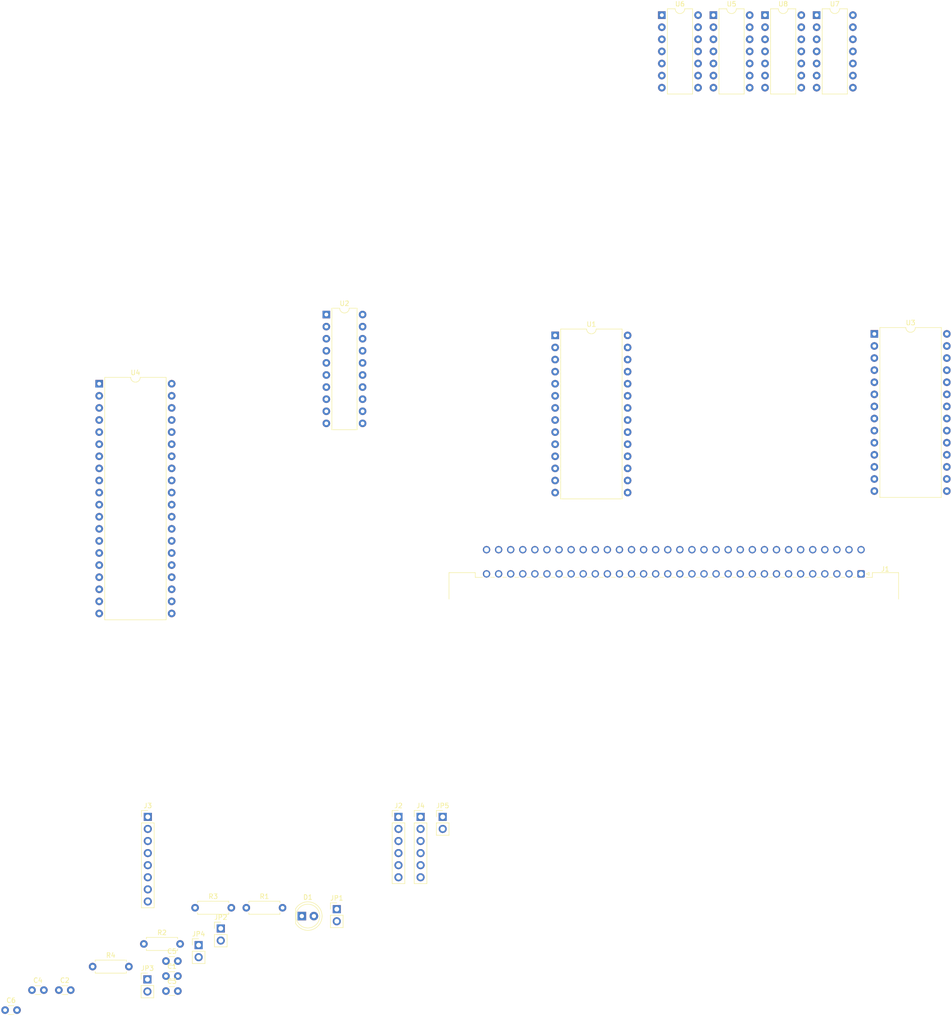
<source format=kicad_pcb>
(kicad_pcb (version 20211014) (generator pcbnew)
  (layers (0 "F.Cu" signal) (31 "B.Cu" signal) (34 "B.Paste" user) (35 "F.Paste" user) (36 "B.SilkS" user "B.Silkscreen") (37 "F.SilkS" user "F.Silkscreen") (38 "B.Mask" user) (39 "F.Mask" user) (44 "Edge.Cuts" user))
  (net 0 "")
  (net 1 "VCC")
  (net 2 "GND")
  (net 3 "~{ICSP_MCLR}")
  (net 4 "Net-(D1-Pad1)")
  (net 5 "/ADDR.13")
  (net 6 "/ADDR.11")
  (net 7 "/ADDR.F")
  (net 8 "/ADDR.D")
  (net 13 "~{READY}")
  (net 14 "INTR5")
  (net 15 "INTR3")
  (net 16 "~{MWTC}")
  (net 18 "/ADDR.B")
  (net 19 "/ADDR.9")
  (net 20 "/ADDR.7")
  (net 21 "/ADDR.5")
  (net 22 "/ADDR.3")
  (net 23 "/ADDR.1")
  (net 24 "/DAT.7")
  (net 25 "/DAT.5")
  (net 26 "/DAT.3")
  (net 27 "/DAT.1")
  (net 32 "/ADDR.12")
  (net 33 "/ADDR.10")
  (net 34 "/ADDR.E")
  (net 35 "/ADDR.C")
  (net 40 "INTR7")
  (net 41 "INTR4")
  (net 42 "INTR2")
  (net 43 "~{MRDC}")
  (net 45 "/ADDR.A")
  (net 46 "/ADDR.8")
  (net 47 "/ADDR.6")
  (net 48 "/ADDR.4")
  (net 49 "/ADDR.2")
  (net 50 "/ADDR.0")
  (net 51 "/DAT.6")
  (net 52 "/DAT.4")
  (net 53 "/DAT.2")
  (net 54 "/DAT.0")
  (net 59 "ICSP_DAT")
  (net 60 "ICSP_CLK")
  (net 63 "SDCARD_SCK")
  (net 64 "SDCARD_SDI")
  (net 65 "SDCARD_SDO")
  (net 66 "SDCARD_CS")
  (net 67 "SDCARD_CD")
  (net 70 "UART_RX")
  (net 71 "UART_TX")
  (net 73 "REQ_COMPLETE")
  (net 74 "LED")
  (net 75 "~{IO_RE}")
  (net 76 "Net-(U2-Pad11)")
  (net 77 "Net-(U2-Pad12)")
  (net 78 "Net-(U2-Pad13)")
  (net 79 "Net-(U2-Pad14)")
  (net 80 "Net-(U2-Pad15)")
  (net 81 "Net-(U2-Pad16)")
  (net 82 "Net-(U2-Pad17)")
  (net 83 "Net-(U2-Pad18)")
  (net 84 "~{IO_E}")
  (net 85 "~{SEL_BIOS}")
  (net 86 "~{ACK_IO}")
  (net 88 "SEL0")
  (net 89 "SEL1")
  (net 90 "SEL2")
  (net 91 "SEL3")
  (net 92 "~{IO_WE}")
  (net 93 "Net-(U5-Pad3)")
  (net 94 "Net-(U5-Pad12)")
  (net 95 "~{SEL_IO}")
  (net 97 "Net-(U7-Pad6)")
  (footprint "Package_DIP:DIP-14_W7.62mm" (layer "F.Cu") (at 152.7276 24.6838)
    (fp_text reference "U6" (at 3.81 -2.33) (layer "F.SilkS"))
    (fp_text value "74LS32")
    (pad "1" thru_hole rect (at 0 0) (size 1.6 1.6) (drill 0.8) (layers *.Cu *.Mask) (net 95 "~{SEL_IO}"))
    (pad "2" thru_hole oval (at 0 2.54) (size 1.6 1.6) (drill 0.8) (layers *.Cu *.Mask) (net 43 "~{MRDC}"))
    (pad "3" thru_hole oval (at 0 5.08) (size 1.6 1.6) (drill 0.8) (layers *.Cu *.Mask) (net 75 "~{IO_RE}"))
    (pad "4" thru_hole oval (at 0 7.62) (size 1.6 1.6) (drill 0.8) (layers *.Cu *.Mask) (net 95 "~{SEL_IO}"))
    (pad "5" thru_hole oval (at 0 10.16) (size 1.6 1.6) (drill 0.8) (layers *.Cu *.Mask) (net 16 "~{MWTC}"))
    (pad "6" thru_hole oval (at 0 12.7) (size 1.6 1.6) (drill 0.8) (layers *.Cu *.Mask) (net 92 "~{IO_WE}"))
    (pad "7" thru_hole oval (at 0 15.24) (size 1.6 1.6) (drill 0.8) (layers *.Cu *.Mask))
    (pad "8" thru_hole oval (at 7.62 15.24) (size 1.6 1.6) (drill 0.8) (layers *.Cu *.Mask))
    (pad "9" thru_hole oval (at 7.62 12.7) (size 1.6 1.6) (drill 0.8) (layers *.Cu *.Mask))
    (pad "10" thru_hole oval (at 7.62 10.16) (size 1.6 1.6) (drill 0.8) (layers *.Cu *.Mask))
    (pad "11" thru_hole oval (at 7.62 7.62) (size 1.6 1.6) (drill 0.8) (layers *.Cu *.Mask))
    (pad "12" thru_hole oval (at 7.62 5.08) (size 1.6 1.6) (drill 0.8) (layers *.Cu *.Mask))
    (pad "13" thru_hole oval (at 7.62 2.54) (size 1.6 1.6) (drill 0.8) (layers *.Cu *.Mask))
    (pad "14" thru_hole oval (at 7.62 0) (size 1.6 1.6) (drill 0.8) (layers *.Cu *.Mask))
  )
  (footprint "Resistor_THT:R_Axial_DIN0207_L6.3mm_D2.5mm_P7.62mm_Horizontal" (layer "F.Cu") (at 54.5964 212.1908)
    (fp_text reference "R3" (at 3.81 -2.37) (layer "F.SilkS"))
    (fp_text value "10K")
    (pad "1" thru_hole circle (at 0 0) (size 1.6 1.6) (drill 0.8) (layers *.Cu *.Mask) (net 3 "~{ICSP_MCLR}"))
    (pad "2" thru_hole oval (at 7.62 0) (size 1.6 1.6) (drill 0.8) (layers *.Cu *.Mask) (net 1 "VCC"))
  )
  (footprint "Connector_PinHeader_2.54mm:PinHeader_1x02_P2.54mm_Vertical" (layer "F.Cu") (at 59.9964 216.5408)
    (fp_text reference "JP2" (at 0 -2.33) (layer "F.SilkS"))
    (fp_text value "IRQ 3")
    (pad "1" thru_hole rect (at 0 0) (size 1.7 1.7) (drill 1) (layers *.Cu *.Mask) (net 15 "INTR3"))
    (pad "2" thru_hole oval (at 0 2.54) (size 1.7 1.7) (drill 1) (layers *.Cu *.Mask) (net 73 "REQ_COMPLETE"))
  )
  (footprint "Package_DIP:DIP-14_W7.62mm" (layer "F.Cu") (at 174.4276 24.6838)
    (fp_text reference "U8" (at 3.81 -2.33) (layer "F.SilkS"))
    (fp_text value "74LS05")
    (pad "1" thru_hole rect (at 0 0) (size 1.6 1.6) (drill 0.8) (layers *.Cu *.Mask) (net 97 "Net-(U7-Pad6)"))
    (pad "2" thru_hole oval (at 0 2.54) (size 1.6 1.6) (drill 0.8) (layers *.Cu *.Mask) (net 13 "~{READY}"))
    (pad "3" thru_hole oval (at 0 5.08) (size 1.6 1.6) (drill 0.8) (layers *.Cu *.Mask))
    (pad "4" thru_hole oval (at 0 7.62) (size 1.6 1.6) (drill 0.8) (layers *.Cu *.Mask))
    (pad "5" thru_hole oval (at 0 10.16) (size 1.6 1.6) (drill 0.8) (layers *.Cu *.Mask))
    (pad "6" thru_hole oval (at 0 12.7) (size 1.6 1.6) (drill 0.8) (layers *.Cu *.Mask))
    (pad "7" thru_hole oval (at 0 15.24) (size 1.6 1.6) (drill 0.8) (layers *.Cu *.Mask))
    (pad "8" thru_hole oval (at 7.62 15.24) (size 1.6 1.6) (drill 0.8) (layers *.Cu *.Mask))
    (pad "9" thru_hole oval (at 7.62 12.7) (size 1.6 1.6) (drill 0.8) (layers *.Cu *.Mask))
    (pad "10" thru_hole oval (at 7.62 10.16) (size 1.6 1.6) (drill 0.8) (layers *.Cu *.Mask))
    (pad "11" thru_hole oval (at 7.62 7.62) (size 1.6 1.6) (drill 0.8) (layers *.Cu *.Mask))
    (pad "12" thru_hole oval (at 7.62 5.08) (size 1.6 1.6) (drill 0.8) (layers *.Cu *.Mask))
    (pad "13" thru_hole oval (at 7.62 2.54) (size 1.6 1.6) (drill 0.8) (layers *.Cu *.Mask))
    (pad "14" thru_hole oval (at 7.62 0) (size 1.6 1.6) (drill 0.8) (layers *.Cu *.Mask))
  )
  (footprint "Connector_PinHeader_2.54mm:PinHeader_1x06_P2.54mm_Vertical" (layer "F.Cu") (at 97.3564 193.0908)
    (fp_text reference "J2" (at 0 -2.33) (layer "F.SilkS"))
    (fp_text value "ICSP")
    (pad "1" thru_hole rect (at 0 0) (size 1.7 1.7) (drill 1) (layers *.Cu *.Mask) (net 3 "~{ICSP_MCLR}"))
    (pad "2" thru_hole oval (at 0 2.54) (size 1.7 1.7) (drill 1) (layers *.Cu *.Mask) (net 1 "VCC"))
    (pad "3" thru_hole oval (at 0 5.08) (size 1.7 1.7) (drill 1) (layers *.Cu *.Mask) (net 2 "GND"))
    (pad "4" thru_hole oval (at 0 7.62) (size 1.7 1.7) (drill 1) (layers *.Cu *.Mask) (net 59 "ICSP_DAT"))
    (pad "5" thru_hole oval (at 0 10.16) (size 1.7 1.7) (drill 1) (layers *.Cu *.Mask) (net 60 "ICSP_CLK"))
    (pad "6" thru_hole oval (at 0 12.7) (size 1.7 1.7) (drill 1) (layers *.Cu *.Mask))
  )
  (footprint "Capacitor_THT:C_Disc_D3.0mm_W1.6mm_P2.50mm" (layer "F.Cu") (at 48.4764 223.3908)
    (fp_text reference "C5" (at 1.25 -2.05) (layer "F.SilkS"))
    (fp_text value "0.1uF")
    (pad "1" thru_hole circle (at 0 0) (size 1.6 1.6) (drill 0.8) (layers *.Cu *.Mask) (net 1 "VCC"))
    (pad "2" thru_hole circle (at 2.5 0) (size 1.6 1.6) (drill 0.8) (layers *.Cu *.Mask) (net 2 "GND"))
  )
  (footprint "Connector_PinHeader_2.54mm:PinHeader_1x02_P2.54mm_Vertical" (layer "F.Cu") (at 55.3464 220.0408)
    (fp_text reference "JP4" (at 0 -2.33) (layer "F.SilkS"))
    (fp_text value "IRQ 5")
    (pad "1" thru_hole rect (at 0 0) (size 1.7 1.7) (drill 1) (layers *.Cu *.Mask) (net 14 "INTR5"))
    (pad "2" thru_hole oval (at 0 2.54) (size 1.7 1.7) (drill 1) (layers *.Cu *.Mask) (net 73 "REQ_COMPLETE"))
  )
  (footprint "Capacitor_THT:C_Disc_D3.0mm_W1.6mm_P2.50mm" (layer "F.Cu") (at 14.6564 233.6908)
    (fp_text reference "C6" (at 1.25 -2.05) (layer "F.SilkS"))
    (fp_text value "0.1uF")
    (pad "1" thru_hole circle (at 0 0) (size 1.6 1.6) (drill 0.8) (layers *.Cu *.Mask) (net 3 "~{ICSP_MCLR}"))
    (pad "2" thru_hole circle (at 2.5 0) (size 1.6 1.6) (drill 0.8) (layers *.Cu *.Mask) (net 2 "GND"))
  )
  (footprint "Resistor_THT:R_Axial_DIN0207_L6.3mm_D2.5mm_P7.62mm_Horizontal" (layer "F.Cu") (at 65.3664 212.1908)
    (fp_text reference "R1" (at 3.81 -2.37) (layer "F.SilkS"))
    (fp_text value "1K")
    (pad "1" thru_hole circle (at 0 0) (size 1.6 1.6) (drill 0.8) (layers *.Cu *.Mask) (net 4 "Net-(D1-Pad1)"))
    (pad "2" thru_hole oval (at 7.62 0) (size 1.6 1.6) (drill 0.8) (layers *.Cu *.Mask) (net 74 "LED"))
  )
  (footprint "Connector_PinHeader_2.54mm:PinHeader_1x06_P2.54mm_Vertical" (layer "F.Cu") (at 102.0064 193.0908)
    (fp_text reference "J4" (at 0 -2.33) (layer "F.SilkS"))
    (fp_text value "UART")
    (pad "1" thru_hole rect (at 0 0) (size 1.7 1.7) (drill 1) (layers *.Cu *.Mask) (net 2 "GND"))
    (pad "2" thru_hole oval (at 0 2.54) (size 1.7 1.7) (drill 1) (layers *.Cu *.Mask))
    (pad "3" thru_hole oval (at 0 5.08) (size 1.7 1.7) (drill 1) (layers *.Cu *.Mask))
    (pad "4" thru_hole oval (at 0 7.62) (size 1.7 1.7) (drill 1) (layers *.Cu *.Mask) (net 70 "UART_RX"))
    (pad "5" thru_hole oval (at 0 10.16) (size 1.7 1.7) (drill 1) (layers *.Cu *.Mask) (net 71 "UART_TX"))
    (pad "6" thru_hole oval (at 0 12.7) (size 1.7 1.7) (drill 1) (layers *.Cu *.Mask))
  )
  (footprint "Connector_PinHeader_2.54mm:PinHeader_1x02_P2.54mm_Vertical" (layer "F.Cu") (at 84.3864 212.4908)
    (fp_text reference "JP1" (at 0 -2.33) (layer "F.SilkS"))
    (fp_text value "IRQ 2")
    (pad "1" thru_hole rect (at 0 0) (size 1.7 1.7) (drill 1) (layers *.Cu *.Mask) (net 42 "INTR2"))
    (pad "2" thru_hole oval (at 0 2.54) (size 1.7 1.7) (drill 1) (layers *.Cu *.Mask) (net 73 "REQ_COMPLETE"))
  )
  (footprint "Capacitor_THT:C_Disc_D3.0mm_W1.6mm_P2.50mm" (layer "F.Cu") (at 25.9564 229.4908)
    (fp_text reference "C2" (at 1.25 -2.05) (layer "F.SilkS"))
    (fp_text value "0.1uF")
    (pad "1" thru_hole circle (at 0 0) (size 1.6 1.6) (drill 0.8) (layers *.Cu *.Mask) (net 1 "VCC"))
    (pad "2" thru_hole circle (at 2.5 0) (size 1.6 1.6) (drill 0.8) (layers *.Cu *.Mask) (net 2 "GND"))
  )
  (footprint "Package_DIP:DIP-14_W7.62mm" (layer "F.Cu") (at 163.5776 24.6838)
    (fp_text reference "U5" (at 3.81 -2.33) (layer "F.SilkS"))
    (fp_text value "74LS00")
    (pad "1" thru_hole rect (at 0 0) (size 1.6 1.6) (drill 0.8) (layers *.Cu *.Mask) (net 43 "~{MRDC}"))
    (pad "2" thru_hole oval (at 0 2.54) (size 1.6 1.6) (drill 0.8) (layers *.Cu *.Mask) (net 16 "~{MWTC}"))
    (pad "3" thru_hole oval (at 0 5.08) (size 1.6 1.6) (drill 0.8) (layers *.Cu *.Mask) (net 93 "Net-(U5-Pad3)"))
    (pad "4" thru_hole oval (at 0 7.62) (size 1.6 1.6) (drill 0.8) (layers *.Cu *.Mask))
    (pad "5" thru_hole oval (at 0 10.16) (size 1.6 1.6) (drill 0.8) (layers *.Cu *.Mask))
    (pad "6" thru_hole oval (at 0 12.7) (size 1.6 1.6) (drill 0.8) (layers *.Cu *.Mask))
    (pad "7" thru_hole oval (at 0 15.24) (size 1.6 1.6) (drill 0.8) (layers *.Cu *.Mask))
    (pad "8" thru_hole oval (at 7.62 15.24) (size 1.6 1.6) (drill 0.8) (layers *.Cu *.Mask) (net 94 "Net-(U5-Pad12)"))
    (pad "9" thru_hole oval (at 7.62 12.7) (size 1.6 1.6) (drill 0.8) (layers *.Cu *.Mask) (net 75 "~{IO_RE}"))
    (pad "10" thru_hole oval (at 7.62 10.16) (size 1.6 1.6) (drill 0.8) (layers *.Cu *.Mask) (net 92 "~{IO_WE}"))
    (pad "11" thru_hole oval (at 7.62 7.62) (size 1.6 1.6) (drill 0.8) (layers *.Cu *.Mask) (net 84 "~{IO_E}"))
    (pad "12" thru_hole oval (at 7.62 5.08) (size 1.6 1.6) (drill 0.8) (layers *.Cu *.Mask) (net 94 "Net-(U5-Pad12)"))
    (pad "13" thru_hole oval (at 7.62 2.54) (size 1.6 1.6) (drill 0.8) (layers *.Cu *.Mask) (net 94 "Net-(U5-Pad12)"))
    (pad "14" thru_hole oval (at 7.62 0) (size 1.6 1.6) (drill 0.8) (layers *.Cu *.Mask))
  )
  (footprint "Resistor_THT:R_Axial_DIN0207_L6.3mm_D2.5mm_P7.62mm_Horizontal" (layer "F.Cu") (at 43.8264 219.7908)
    (fp_text reference "R2" (at 3.81 -2.37) (layer "F.SilkS"))
    (fp_text value "10K")
    (pad "1" thru_hole circle (at 0 0) (size 1.6 1.6) (drill 0.8) (layers *.Cu *.Mask) (net 1 "VCC"))
    (pad "2" thru_hole oval (at 7.62 0) (size 1.6 1.6) (drill 0.8) (layers *.Cu *.Mask) (net 13 "~{READY}"))
  )
  (footprint "Package_DIP:DIP-40_W15.24mm" (layer "F.Cu") (at 34.4374 102.113)
    (fp_text reference "U4" (at 7.62 -2.33) (layer "F.SilkS"))
    (fp_text value "PIC18F47Q10-xP")
    (pad "1" thru_hole rect (at 0 0) (size 1.6 1.6) (drill 0.8) (layers *.Cu *.Mask) (net 3 "~{ICSP_MCLR}"))
    (pad "2" thru_hole oval (at 0 2.54) (size 1.6 1.6) (drill 0.8) (layers *.Cu *.Mask) (net 83 "Net-(U2-Pad18)"))
    (pad "3" thru_hole oval (at 0 5.08) (size 1.6 1.6) (drill 0.8) (layers *.Cu *.Mask) (net 82 "Net-(U2-Pad17)"))
    (pad "4" thru_hole oval (at 0 7.62) (size 1.6 1.6) (drill 0.8) (layers *.Cu *.Mask) (net 81 "Net-(U2-Pad16)"))
    (pad "5" thru_hole oval (at 0 10.16) (size 1.6 1.6) (drill 0.8) (layers *.Cu *.Mask) (net 80 "Net-(U2-Pad15)"))
    (pad "6" thru_hole oval (at 0 12.7) (size 1.6 1.6) (drill 0.8) (layers *.Cu *.Mask) (net 79 "Net-(U2-Pad14)"))
    (pad "7" thru_hole oval (at 0 15.24) (size 1.6 1.6) (drill 0.8) (layers *.Cu *.Mask) (net 78 "Net-(U2-Pad13)"))
    (pad "8" thru_hole oval (at 0 17.78) (size 1.6 1.6) (drill 0.8) (layers *.Cu *.Mask) (net 74 "LED"))
    (pad "9" thru_hole oval (at 0 20.32) (size 1.6 1.6) (drill 0.8) (layers *.Cu *.Mask) (net 86 "~{ACK_IO}"))
    (pad "10" thru_hole oval (at 0 22.86) (size 1.6 1.6) (drill 0.8) (layers *.Cu *.Mask) (net 73 "REQ_COMPLETE"))
    (pad "11" thru_hole oval (at 0 25.4) (size 1.6 1.6) (drill 0.8) (layers *.Cu *.Mask) (net 1 "VCC"))
    (pad "12" thru_hole oval (at 0 27.94) (size 1.6 1.6) (drill 0.8) (layers *.Cu *.Mask) (net 2 "GND"))
    (pad "13" thru_hole oval (at 0 30.48) (size 1.6 1.6) (drill 0.8) (layers *.Cu *.Mask) (net 76 "Net-(U2-Pad11)"))
    (pad "14" thru_hole oval (at 0 33.02) (size 1.6 1.6) (drill 0.8) (layers *.Cu *.Mask) (net 77 "Net-(U2-Pad12)"))
    (pad "15" thru_hole oval (at 0 35.56) (size 1.6 1.6) (drill 0.8) (layers *.Cu *.Mask) (net 63 "SDCARD_SCK"))
    (pad "16" thru_hole oval (at 0 38.1) (size 1.6 1.6) (drill 0.8) (layers *.Cu *.Mask) (net 64 "SDCARD_SDI"))
    (pad "17" thru_hole oval (at 0 40.64) (size 1.6 1.6) (drill 0.8) (layers *.Cu *.Mask) (net 65 "SDCARD_SDO"))
    (pad "18" thru_hole oval (at 0 43.18) (size 1.6 1.6) (drill 0.8) (layers *.Cu *.Mask) (net 66 "SDCARD_CS"))
    (pad "19" thru_hole oval (at 0 45.72) (size 1.6 1.6) (drill 0.8) (layers *.Cu *.Mask) (net 50 "/ADDR.0"))
    (pad "20" thru_hole oval (at 0 48.26) (size 1.6 1.6) (drill 0.8) (layers *.Cu *.Mask) (net 23 "/ADDR.1"))
    (pad "21" thru_hole oval (at 15.24 48.26) (size 1.6 1.6) (drill 0.8) (layers *.Cu *.Mask) (net 49 "/ADDR.2"))
    (pad "22" thru_hole oval (at 15.24 45.72) (size 1.6 1.6) (drill 0.8) (layers *.Cu *.Mask) (net 22 "/ADDR.3"))
    (pad "23" thru_hole oval (at 15.24 43.18) (size 1.6 1.6) (drill 0.8) (layers *.Cu *.Mask) (net 67 "SDCARD_CD"))
    (pad "24" thru_hole oval (at 15.24 40.64) (size 1.6 1.6) (drill 0.8) (layers *.Cu *.Mask))
    (pad "25" thru_hole oval (at 15.24 38.1) (size 1.6 1.6) (drill 0.8) (layers *.Cu *.Mask) (net 71 "UART_TX"))
    (pad "26" thru_hole oval (at 15.24 35.56) (size 1.6 1.6) (drill 0.8) (layers *.Cu *.Mask) (net 70 "UART_RX"))
    (pad "27" thru_hole oval (at 15.24 33.02) (size 1.6 1.6) (drill 0.8) (layers *.Cu *.Mask) (net 48 "/ADDR.4"))
    (pad "28" thru_hole oval (at 15.24 30.48) (size 1.6 1.6) (drill 0.8) (layers *.Cu *.Mask) (net 21 "/ADDR.5"))
    (pad "29" thru_hole oval (at 15.24 27.94) (size 1.6 1.6) (drill 0.8) (layers *.Cu *.Mask) (net 47 "/ADDR.6"))
    (pad "30" thru_hole oval (at 15.24 25.4) (size 1.6 1.6) (drill 0.8) (layers *.Cu *.Mask) (net 20 "/ADDR.7"))
    (pad "31" thru_hole oval (at 15.24 22.86) (size 1.6 1.6) (drill 0.8) (layers *.Cu *.Mask) (net 2 "GND"))
    (pad "32" thru_hole oval (at 15.24 20.32) (size 1.6 1.6) (drill 0.8) (layers *.Cu *.Mask) (net 1 "VCC"))
    (pad "33" thru_hole oval (at 15.24 17.78) (size 1.6 1.6) (drill 0.8) (layers *.Cu *.Mask) (net 88 "SEL0"))
    (pad "34" thru_hole oval (at 15.24 15.24) (size 1.6 1.6) (drill 0.8) (layers *.Cu *.Mask) (net 89 "SEL1"))
    (pad "35" thru_hole oval (at 15.24 12.7) (size 1.6 1.6) (drill 0.8) (layers *.Cu *.Mask) (net 90 "SEL2"))
    (pad "36" thru_hole oval (at 15.24 10.16) (size 1.6 1.6) (drill 0.8) (layers *.Cu *.Mask) (net 91 "SEL3"))
    (pad "37" thru_hole oval (at 15.24 7.62) (size 1.6 1.6) (drill 0.8) (layers *.Cu *.Mask) (net 75 "~{IO_RE}"))
    (pad "38" thru_hole oval (at 15.24 5.08) (size 1.6 1.6) (drill 0.8) (layers *.Cu *.Mask) (net 92 "~{IO_WE}"))
    (pad "39" thru_hole oval (at 15.24 2.54) (size 1.6 1.6) (drill 0.8) (layers *.Cu *.Mask) (net 60 "ICSP_CLK"))
    (pad "40" thru_hole oval (at 15.24 0) (size 1.6 1.6) (drill 0.8) (layers *.Cu *.Mask) (net 59 "ICSP_DAT"))
  )
  (footprint "Capacitor_THT:C_Disc_D3.0mm_W1.6mm_P2.50mm" (layer "F.Cu") (at 48.4764 229.6908)
    (fp_text reference "C3" (at 1.25 -2.05) (layer "F.SilkS"))
    (fp_text value "0.1uF")
    (pad "1" thru_hole circle (at 0 0) (size 1.6 1.6) (drill 0.8) (layers *.Cu *.Mask) (net 1 "VCC"))
    (pad "2" thru_hole circle (at 2.5 0) (size 1.6 1.6) (drill 0.8) (layers *.Cu *.Mask) (net 2 "GND"))
  )
  (footprint "Package_DIP:DIP-14_W7.62mm" (layer "F.Cu") (at 185.2776 24.6838)
    (fp_text reference "U7" (at 3.81 -2.33) (layer "F.SilkS"))
    (fp_text value "74LS74")
    (pad "1" thru_hole rect (at 0 0) (size 1.6 1.6) (drill 0.8) (layers *.Cu *.Mask) (net 1 "VCC"))
    (pad "2" thru_hole oval (at 0 2.54) (size 1.6 1.6) (drill 0.8) (layers *.Cu *.Mask) (net 95 "~{SEL_IO}"))
    (pad "3" thru_hole oval (at 0 5.08) (size 1.6 1.6) (drill 0.8) (layers *.Cu *.Mask) (net 93 "Net-(U5-Pad3)"))
    (pad "4" thru_hole oval (at 0 7.62) (size 1.6 1.6) (drill 0.8) (layers *.Cu *.Mask) (net 86 "~{ACK_IO}"))
    (pad "5" thru_hole oval (at 0 10.16) (size 1.6 1.6) (drill 0.8) (layers *.Cu *.Mask))
    (pad "6" thru_hole oval (at 0 12.7) (size 1.6 1.6) (drill 0.8) (layers *.Cu *.Mask) (net 97 "Net-(U7-Pad6)"))
    (pad "7" thru_hole oval (at 0 15.24) (size 1.6 1.6) (drill 0.8) (layers *.Cu *.Mask))
    (pad "8" thru_hole oval (at 7.62 15.24) (size 1.6 1.6) (drill 0.8) (layers *.Cu *.Mask))
    (pad "9" thru_hole oval (at 7.62 12.7) (size 1.6 1.6) (drill 0.8) (layers *.Cu *.Mask))
    (pad "10" thru_hole oval (at 7.62 10.16) (size 1.6 1.6) (drill 0.8) (layers *.Cu *.Mask))
    (pad "11" thru_hole oval (at 7.62 7.62) (size 1.6 1.6) (drill 0.8) (layers *.Cu *.Mask))
    (pad "12" thru_hole oval (at 7.62 5.08) (size 1.6 1.6) (drill 0.8) (layers *.Cu *.Mask))
    (pad "13" thru_hole oval (at 7.62 2.54) (size 1.6 1.6) (drill 0.8) (layers *.Cu *.Mask))
    (pad "14" thru_hole oval (at 7.62 0) (size 1.6 1.6) (drill 0.8) (layers *.Cu *.Mask))
  )
  (footprint "Capacitor_THT:C_Disc_D3.0mm_W1.6mm_P2.50mm" (layer "F.Cu") (at 48.4764 226.5408)
    (fp_text reference "C1" (at 1.25 -2.05) (layer "F.SilkS"))
    (fp_text value "0.1uF")
    (pad "1" thru_hole circle (at 0 0) (size 1.6 1.6) (drill 0.8) (layers *.Cu *.Mask) (net 1 "VCC"))
    (pad "2" thru_hole circle (at 2.5 0) (size 1.6 1.6) (drill 0.8) (layers *.Cu *.Mask) (net 2 "GND"))
  )
  (footprint "Capacitor_THT:C_Disc_D3.0mm_W1.6mm_P2.50mm" (layer "F.Cu") (at 20.3064 229.4908)
    (fp_text reference "C4" (at 1.25 -2.05) (layer "F.SilkS"))
    (fp_text value "0.1uF")
    (pad "1" thru_hole circle (at 0 0) (size 1.6 1.6) (drill 0.8) (layers *.Cu *.Mask) (net 1 "VCC"))
    (pad "2" thru_hole circle (at 2.5 0) (size 1.6 1.6) (drill 0.8) (layers *.Cu *.Mask) (net 2 "GND"))
  )
  (footprint "Connector_PinHeader_2.54mm:PinHeader_1x02_P2.54mm_Vertical" (layer "F.Cu") (at 106.6564 193.0908)
    (fp_text reference "JP5" (at 0 -2.33) (layer "F.SilkS"))
    (fp_text value "IRQ 7")
    (pad "1" thru_hole rect (at 0 0) (size 1.7 1.7) (drill 1) (layers *.Cu *.Mask) (net 40 "INTR7"))
    (pad "2" thru_hole oval (at 0 2.54) (size 1.7 1.7) (drill 1) (layers *.Cu *.Mask) (net 73 "REQ_COMPLETE"))
  )
  (footprint "Package_DIP:DIP-20_W7.62mm" (layer "F.Cu") (at 82.1944 87.5792)
    (fp_text reference "U2" (at 3.81 -2.33) (layer "F.SilkS"))
    (fp_text value "74LS245")
    (pad "1" thru_hole rect (at 0 0) (size 1.6 1.6) (drill 0.8) (layers *.Cu *.Mask) (net 75 "~{IO_RE}"))
    (pad "2" thru_hole oval (at 0 2.54) (size 1.6 1.6) (drill 0.8) (layers *.Cu *.Mask) (net 54 "/DAT.0"))
    (pad "3" thru_hole oval (at 0 5.08) (size 1.6 1.6) (drill 0.8) (layers *.Cu *.Mask) (net 27 "/DAT.1"))
    (pad "4" thru_hole oval (at 0 7.62) (size 1.6 1.6) (drill 0.8) (layers *.Cu *.Mask) (net 53 "/DAT.2"))
    (pad "5" thru_hole oval (at 0 10.16) (size 1.6 1.6) (drill 0.8) (layers *.Cu *.Mask) (net 26 "/DAT.3"))
    (pad "6" thru_hole oval (at 0 12.7) (size 1.6 1.6) (drill 0.8) (layers *.Cu *.Mask) (net 52 "/DAT.4"))
    (pad "7" thru_hole oval (at 0 15.24) (size 1.6 1.6) (drill 0.8) (layers *.Cu *.Mask) (net 25 "/DAT.5"))
    (pad "8" thru_hole oval (at 0 17.78) (size 1.6 1.6) (drill 0.8) (layers *.Cu *.Mask) (net 51 "/DAT.6"))
    (pad "9" thru_hole oval (at 0 20.32) (size 1.6 1.6) (drill 0.8) (layers *.Cu *.Mask) (net 24 "/DAT.7"))
    (pad "10" thru_hole oval (at 0 22.86) (size 1.6 1.6) (drill 0.8) (layers *.Cu *.Mask) (net 2 "GND"))
    (pad "11" thru_hole oval (at 7.62 22.86) (size 1.6 1.6) (drill 0.8) (layers *.Cu *.Mask) (net 76 "Net-(U2-Pad11)"))
    (pad "12" thru_hole oval (at 7.62 20.32) (size 1.6 1.6) (drill 0.8) (layers *.Cu *.Mask) (net 77 "Net-(U2-Pad12)"))
    (pad "13" thru_hole oval (at 7.62 17.78) (size 1.6 1.6) (drill 0.8) (layers *.Cu *.Mask) (net 78 "Net-(U2-Pad13)"))
    (pad "14" thru_hole oval (at 7.62 15.24) (size 1.6 1.6) (drill 0.8) (layers *.Cu *.Mask) (net 79 "Net-(U2-Pad14)"))
    (pad "15" thru_hole oval (at 7.62 12.7) (size 1.6 1.6) (drill 0.8) (layers *.Cu *.Mask) (net 80 "Net-(U2-Pad15)"))
    (pad "16" thru_hole oval (at 7.62 10.16) (size 1.6 1.6) (drill 0.8) (layers *.Cu *.Mask) (net 81 "Net-(U2-Pad16)"))
    (pad "17" thru_hole oval (at 7.62 7.62) (size 1.6 1.6) (drill 0.8) (layers *.Cu *.Mask) (net 82 "Net-(U2-Pad17)"))
    (pad "18" thru_hole oval (at 7.62 5.08) (size 1.6 1.6) (drill 0.8) (layers *.Cu *.Mask) (net 83 "Net-(U2-Pad18)"))
    (pad "19" thru_hole oval (at 7.62 2.54) (size 1.6 1.6) (drill 0.8) (layers *.Cu *.Mask) (net 84 "~{IO_E}"))
    (pad "20" thru_hole oval (at 7.62 0) (size 1.6 1.6) (drill 0.8) (layers *.Cu *.Mask) (net 1 "VCC"))
  )
  (footprint "Connector_PinHeader_2.54mm:PinHeader_1x02_P2.54mm_Vertical" (layer "F.Cu") (at 44.5764 227.2408)
    (fp_text reference "JP3" (at 0 -2.33) (layer "F.SilkS"))
    (fp_text value "IRQ 4")
    (pad "1" thru_hole rect (at 0 0) (size 1.7 1.7) (drill 1) (layers *.Cu *.Mask) (net 41 "INTR4"))
    (pad "2" thru_hole oval (at 0 2.54) (size 1.7 1.7) (drill 1) (layers *.Cu *.Mask) (net 73 "REQ_COMPLETE"))
  )
  (footprint "Connector_DIN:DIN41612_R_2x32_Male_Horizontal_THT" (layer "F.Cu") (at 194.6148 142.0562 180)
    (fp_text reference "J1" (at -5.08 1) (layer "F.SilkS"))
    (fp_text value "POISK")
    (pad "" np_thru_hole circle (at 83.82 -2.54 180) (size 2.85 2.85) (drill 2.85) (layers *.Cu *.Mask))
    (pad "" np_thru_hole circle (at -5.08 -2.54 180) (size 2.85 2.85) (drill 2.85) (layers *.Cu *.Mask))
    (pad "a1" thru_hole roundrect (at 0 0 180) (size 1.55 1.55) (drill 1) (layers *.Cu *.Mask) (roundrect_rratio 0.16129) (net 5 "/ADDR.13"))
    (pad "a2" thru_hole circle (at 2.54 0 180) (size 1.55 1.55) (drill 1) (layers *.Cu *.Mask) (net 6 "/ADDR.11"))
    (pad "a3" thru_hole circle (at 5.08 0 180) (size 1.55 1.55) (drill 1) (layers *.Cu *.Mask) (net 7 "/ADDR.F"))
    (pad "a4" thru_hole circle (at 7.62 0 180) (size 1.55 1.55) (drill 1) (layers *.Cu *.Mask) (net 8 "/ADDR.D"))
    (pad "a5" thru_hole circle (at 10.16 0 180) (size 1.55 1.55) (drill 1) (layers *.Cu *.Mask))
    (pad "a6" thru_hole circle (at 12.7 0 180) (size 1.55 1.55) (drill 1) (layers *.Cu *.Mask))
    (pad "a7" thru_hole circle (at 15.24 0 180) (size 1.55 1.55) (drill 1) (layers *.Cu *.Mask))
    (pad "a8" thru_hole circle (at 17.78 0 180) (size 1.55 1.55) (drill 1) (layers *.Cu *.Mask))
    (pad "a9" thru_hole circle (at 20.32 0 180) (size 1.55 1.55) (drill 1) (layers *.Cu *.Mask) (net 13 "~{READY}"))
    (pad "a10" thru_hole circle (at 22.86 0 180) (size 1.55 1.55) (drill 1) (layers *.Cu *.Mask) (net 14 "INTR5"))
    (pad "a11" thru_hole circle (at 25.4 0 180) (size 1.55 1.55) (drill 1) (layers *.Cu *.Mask) (net 15 "INTR3"))
    (pad "a12" thru_hole circle (at 27.94 0 180) (size 1.55 1.55) (drill 1) (layers *.Cu *.Mask) (net 16 "~{MWTC}"))
    (pad "a13" thru_hole circle (at 30.48 0 180) (size 1.55 1.55) (drill 1) (layers *.Cu *.Mask))
    (pad "a14" thru_hole circle (at 33.02 0 180) (size 1.55 1.55) (drill 1) (layers *.Cu *.Mask) (net 18 "/ADDR.B"))
    (pad "a15" thru_hole circle (at 35.56 0 180) (size 1.55 1.55) (drill 1) (layers *.Cu *.Mask) (net 19 "/ADDR.9"))
    (pad "a16" thru_hole circle (at 38.1 0 180) (size 1.55 1.55) (drill 1) (layers *.Cu *.Mask) (net 20 "/ADDR.7"))
    (pad "a17" thru_hole circle (at 40.64 0 180) (size 1.55 1.55) (drill 1) (layers *.Cu *.Mask) (net 21 "/ADDR.5"))
    (pad "a18" thru_hole circle (at 43.18 0 180) (size 1.55 1.55) (drill 1) (layers *.Cu *.Mask) (net 22 "/ADDR.3"))
    (pad "a19" thru_hole circle (at 45.72 0 180) (size 1.55 1.55) (drill 1) (layers *.Cu *.Mask) (net 23 "/ADDR.1"))
    (pad "a20" thru_hole circle (at 48.26 0 180) (size 1.55 1.55) (drill 1) (layers *.Cu *.Mask) (net 24 "/DAT.7"))
    (pad "a21" thru_hole circle (at 50.8 0 180) (size 1.55 1.55) (drill 1) (layers *.Cu *.Mask) (net 25 "/DAT.5"))
    (pad "a22" thru_hole circle (at 53.34 0 180) (size 1.55 1.55) (drill 1) (layers *.Cu *.Mask) (net 26 "/DAT.3"))
    (pad "a23" thru_hole circle (at 55.88 0 180) (size 1.55 1.55) (drill 1) (layers *.Cu *.Mask) (net 27 "/DAT.1"))
    (pad "a24" thru_hole circle (at 58.42 0 180) (size 1.55 1.55) (drill 1) (layers *.Cu *.Mask))
    (pad "a25" thru_hole circle (at 60.96 0 180) (size 1.55 1.55) (drill 1) (layers *.Cu *.Mask))
    (pad "a26" thru_hole circle (at 63.5 0 180) (size 1.55 1.55) (drill 1) (layers *.Cu *.Mask) (net 2 "GND"))
    (pad "a27" thru_hole circle (at 66.04 0 180) (size 1.55 1.55) (drill 1) (layers *.Cu *.Mask) (net 2 "GND"))
    (pad "a28" thru_hole circle (at 68.58 0 180) (size 1.55 1.55) (drill 1) (layers *.Cu *.Mask) (net 2 "GND"))
    (pad "a29" thru_hole circle (at 71.12 0 180) (size 1.55 1.55) (drill 1) (layers *.Cu *.Mask) (net 1 "VCC"))
    (pad "a30" thru_hole circle (at 73.66 0 180) (size 1.55 1.55) (drill 1) (layers *.Cu *.Mask) (net 1 "VCC"))
    (pad "a31" thru_hole circle (at 76.2 0 180) (size 1.55 1.55) (drill 1) (layers *.Cu *.Mask))
    (pad "a32" thru_hole circle (at 78.74 0 180) (size 1.55 1.55) (drill 1) (layers *.Cu *.Mask))
    (pad "c1" thru_hole circle (at 0 5.08 180) (size 1.55 1.55) (drill 1) (layers *.Cu *.Mask) (net 32 "/ADDR.12"))
    (pad "c2" thru_hole circle (at 2.54 5.08 180) (size 1.55 1.55) (drill 1) (layers *.Cu *.Mask) (net 33 "/ADDR.10"))
    (pad "c3" thru_hole circle (at 5.08 5.08 180) (size 1.55 1.55) (drill 1) (layers *.Cu *.Mask) (net 34 "/ADDR.E"))
    (pad "c4" thru_hole circle (at 7.62 5.08 180) (size 1.55 1.55) (drill 1) (layers *.Cu *.Mask) (net 35 "/ADDR.C"))
    (pad "c5" thru_hole circle (at 10.16 5.08 180) (size 1.55 1.55) (drill 1) (layers *.Cu *.Mask))
    (pad "c6" thru_hole circle (at 12.7 5.08 180) (size 1.55 1.55) (drill 1) (layers *.Cu *.Mask))
    (pad "c7" thru_hole circle (at 15.24 5.08 180) (size 1.55 1.55) (drill 1) (layers *.Cu *.Mask))
    (pad "c8" thru_hole circle (at 17.78 5.08 180) (size 1.55 1.55) (drill 1) (layers *.Cu *.Mask))
    (pad "c9" thru_hole circle (at 20.32 5.08 180) (size 1.55 1.55) (drill 1) (layers *.Cu *.Mask) (net 40 "INTR7"))
    (pad "c10" thru_hole circle (at 22.86 5.08 180) (size 1.55 1.55) (drill 1) (layers *.Cu *.Mask) (net 41 "INTR4"))
    (pad "c11" thru_hole circle (at 25.4 5.08 180) (size 1.55 1.55) (drill 1) (layers *.Cu *.Mask) (net 42 "INTR2"))
    (pad "c12" thru_hole circle (at 27.94 5.08 180) (size 1.55 1.55) (drill 1) (layers *.Cu *.Mask) (net 43 "~{MRDC}"))
    (pad "c13" thru_hole circle (at 30.48 5.08 180) (size 1.55 1.55) (drill 1) (layers *.Cu *.Mask))
    (pad "c14" thru_hole circle (at 33.02 5.08 180) (size 1.55 1.55) (drill 1) (layers *.Cu *.Mask) (net 45 "/ADDR.A"))
    (pad "c15" thru_hole circle (at 35.56 5.08 180) (size 1.55 1.55) (drill 1) (layers *.Cu *.Mask) (net 46 "/ADDR.8"))
    (pad "c16" thru_hole circle (at 38.1 5.08 180) (size 1.55 1.55) (drill 1) (layers *.Cu *.Mask) (net 47 "/ADDR.6"))
    (pad "c17" thru_hole circle (at 40.64 5.08 180) (size 1.55 1.55) (drill 1) (layers *.Cu *.Mask) (net 48 "/ADDR.4"))
    (pad "c18" thru_hole circle (at 43.18 5.08 180) (size 1.55 1.55) (drill 1) (layers *.Cu *.Mask) (net 49 "/ADDR.2"))
    (pad "c19" thru_hole circle (at 45.72 5.08 180) (size 1.55 1.55) (drill 1) (layers *.Cu *.Mask) (net 50 "/ADDR.0"))
    (pad "c20" thru_hole circle (at 48.26 5.08 180) (size 1.55 1.55) (drill 1) (layers *.Cu *.Mask) (net 51 "/DAT.6"))
    (pad "c21" thru_hole circle (at 50.8 5.08 180) (size 1.55 1.55) (drill 1) (layers *.Cu *.Mask) (net 52 "/DAT.4"))
    (pad "c22" thru_hole circle (at 53.34 5.08 180) (size 1.55 1.55) (drill 1) (layers *.Cu *.Mask) (net 53 "/DAT.2"))
    (pad "c23" thru_hole circle (at 55.88 5.08 180) (size 1.55 1.55) (drill 1) (layers *.Cu *.Mask) (net 54 "/DAT.0"))
    (pad "c24" thru_hole circle (at 58.42 5.08 180) (size 1.55 1.55) (drill 1) (layers *.Cu *.Mask))
    (pad "c25" thru_hole circle (at 60.96 5.08 180) (size 1.55 1.55) (drill 1) (layers *.Cu *.Mask))
    (pad "c26" thru_hole circle (at 63.5 5.08 180) (size 1.55 1.55) (drill 1) (layers *.Cu *.Mask) (net 2 "GND"))
    (pad "c27" thru_hole circle (at 66.04 5.08 180) (size 1.55 1.55) (drill 1) (layers *.Cu *.Mask) (net 2 "GND"))
    (pad "c28" thru_hole circle (at 68.58 5.08 180) (size 1.55 1.55) (drill 1) (layers *.Cu *.Mask) (net 2 "GND"))
    (pad "c29" thru_hole circle (at 71.12 5.08 180) (size 1.55 1.55) (drill 1) (layers *.Cu *.Mask) (net 1 "VCC"))
    (pad "c30" thru_hole circle (at 73.66 5.08 180) (size 1.55 1.55) (drill 1) (layers *.Cu *.Mask) (net 1 "VCC"))
    (pad "c31" thru_hole circle (at 76.2 5.08 180) (size 1.55 1.55) (drill 1) (layers *.Cu *.Mask))
    (pad "c32" thru_hole circle (at 78.74 5.08 180) (size 1.55 1.55) (drill 1) (layers *.Cu *.Mask))
  )
  (footprint "Connector_PinHeader_2.54mm:PinHeader_1x08_P2.54mm_Vertical" (layer "F.Cu") (at 44.6564 193.0908)
    (fp_text reference "J3" (at 0 -2.33) (layer "F.SilkS"))
    (fp_text value "SDCARD")
    (pad "1" thru_hole rect (at 0 0) (size 1.7 1.7) (drill 1) (layers *.Cu *.Mask) (net 1 "VCC"))
    (pad "2" thru_hole oval (at 0 2.54) (size 1.7 1.7) (drill 1) (layers *.Cu *.Mask))
    (pad "3" thru_hole oval (at 0 5.08) (size 1.7 1.7) (drill 1) (layers *.Cu *.Mask) (net 2 "GND"))
    (pad "4" thru_hole oval (at 0 7.62) (size 1.7 1.7) (drill 1) (layers *.Cu *.Mask) (net 63 "SDCARD_SCK"))
    (pad "5" thru_hole oval (at 0 10.16) (size 1.7 1.7) (drill 1) (layers *.Cu *.Mask) (net 64 "SDCARD_SDI"))
    (pad "6" thru_hole oval (at 0 12.7) (size 1.7 1.7) (drill 1) (layers *.Cu *.Mask) (net 65 "SDCARD_SDO"))
    (pad "7" thru_hole oval (at 0 15.24) (size 1.7 1.7) (drill 1) (layers *.Cu *.Mask) (net 66 "SDCARD_CS"))
    (pad "8" thru_hole oval (at 0 17.78) (size 1.7 1.7) (drill 1) (layers *.Cu *.Mask) (net 67 "SDCARD_CD"))
  )
  (footprint "Package_DIP:DIP-28_W15.24mm" (layer "F.Cu") (at 130.297 91.958)
    (fp_text reference "U1" (at 7.62 -2.33) (layer "F.SilkS"))
    (fp_text value "28C256")
    (pad "1" thru_hole rect (at 0 0) (size 1.6 1.6) (drill 0.8) (layers *.Cu *.Mask) (net 2 "GND"))
    (pad "2" thru_hole oval (at 0 2.54) (size 1.6 1.6) (drill 0.8) (layers *.Cu *.Mask) (net 5 "/ADDR.13"))
    (pad "3" thru_hole oval (at 0 5.08) (size 1.6 1.6) (drill 0.8) (layers *.Cu *.Mask) (net 34 "/ADDR.E"))
    (pad "4" thru_hole oval (at 0 7.62) (size 1.6 1.6) (drill 0.8) (layers *.Cu *.Mask) (net 8 "/ADDR.D"))
    (pad "5" thru_hole oval (at 0 10.16) (size 1.6 1.6) (drill 0.8) (layers *.Cu *.Mask) (net 35 "/ADDR.C"))
    (pad "6" thru_hole oval (at 0 12.7) (size 1.6 1.6) (drill 0.8) (layers *.Cu *.Mask) (net 18 "/ADDR.B"))
    (pad "7" thru_hole oval (at 0 15.24) (size 1.6 1.6) (drill 0.8) (layers *.Cu *.Mask) (net 45 "/ADDR.A"))
    (pad "8" thru_hole oval (at 0 17.78) (size 1.6 1.6) (drill 0.8) (layers *.Cu *.Mask) (net 19 "/ADDR.9"))
    (pad "9" thru_hole oval (at 0 20.32) (size 1.6 1.6) (drill 0.8) (layers *.Cu *.Mask) (net 46 "/ADDR.8"))
    (pad "10" thru_hole oval (at 0 22.86) (size 1.6 1.6) (drill 0.8) (layers *.Cu *.Mask) (net 20 "/ADDR.7"))
    (pad "11" thru_hole oval (at 0 25.4) (size 1.6 1.6) (drill 0.8) (layers *.Cu *.Mask) (net 88 "SEL0"))
    (pad "12" thru_hole oval (at 0 27.94) (size 1.6 1.6) (drill 0.8) (layers *.Cu *.Mask) (net 89 "SEL1"))
    (pad "13" thru_hole oval (at 0 30.48) (size 1.6 1.6) (drill 0.8) (layers *.Cu *.Mask) (net 90 "SEL2"))
    (pad "14" thru_hole oval (at 0 33.02) (size 1.6 1.6) (drill 0.8) (layers *.Cu *.Mask) (net 2 "GND"))
    (pad "15" thru_hole oval (at 15.24 33.02) (size 1.6 1.6) (drill 0.8) (layers *.Cu *.Mask) (net 91 "SEL3"))
    (pad "16" thru_hole oval (at 15.24 30.48) (size 1.6 1.6) (drill 0.8) (layers *.Cu *.Mask))
    (pad "17" thru_hole oval (at 15.24 27.94) (size 1.6 1.6) (drill 0.8) (layers *.Cu *.Mask))
    (pad "18" thru_hole oval (at 15.24 25.4) (size 1.6 1.6) (drill 0.8) (layers *.Cu *.Mask) (net 95 "~{SEL_IO}"))
    (pad "19" thru_hole oval (at 15.24 22.86) (size 1.6 1.6) (drill 0.8) (layers *.Cu *.Mask) (net 85 "~{SEL_BIOS}"))
    (pad "20" thru_hole oval (at 15.24 20.32) (size 1.6 1.6) (drill 0.8) (layers *.Cu *.Mask) (net 2 "GND"))
    (pad "21" thru_hole oval (at 15.24 17.78) (size 1.6 1.6) (drill 0.8) (layers *.Cu *.Mask) (net 6 "/ADDR.11"))
    (pad "22" thru_hole oval (at 15.24 15.24) (size 1.6 1.6) (drill 0.8) (layers *.Cu *.Mask) (net 2 "GND"))
    (pad "23" thru_hole oval (at 15.24 12.7) (size 1.6 1.6) (drill 0.8) (layers *.Cu *.Mask) (net 32 "/ADDR.12"))
    (pad "24" thru_hole oval (at 15.24 10.16) (size 1.6 1.6) (drill 0.8) (layers *.Cu *.Mask) (net 33 "/ADDR.10"))
    (pad "25" thru_hole oval (at 15.24 7.62) (size 1.6 1.6) (drill 0.8) (layers *.Cu *.Mask) (net 7 "/ADDR.F"))
    (pad "26" thru_hole oval (at 15.24 5.08) (size 1.6 1.6) (drill 0.8) (layers *.Cu *.Mask) (net 2 "GND"))
    (pad "27" thru_hole oval (at 15.24 2.54) (size 1.6 1.6) (drill 0.8) (layers *.Cu *.Mask) (net 1 "VCC"))
    (pad "28" thru_hole oval (at 15.24 0) (size 1.6 1.6) (drill 0.8) (layers *.Cu *.Mask) (net 1 "VCC"))
  )
  (footprint "Resistor_THT:R_Axial_DIN0207_L6.3mm_D2.5mm_P7.62mm_Horizontal" (layer "F.Cu") (at 33.0564 224.5508)
    (fp_text reference "R4" (at 3.81 -2.37) (layer "F.SilkS"))
    (fp_text value "10K")
    (pad "1" thru_hole circle (at 0 0) (size 1.6 1.6) (drill 0.8) (layers *.Cu *.Mask) (net 67 "SDCARD_CD"))
    (pad "2" thru_hole oval (at 7.62 0) (size 1.6 1.6) (drill 0.8) (layers *.Cu *.Mask) (net 1 "VCC"))
  )
  (footprint "Package_DIP:DIP-28_W15.24mm" (layer "F.Cu") (at 197.4088 91.6432)
    (fp_text reference "U3" (at 7.62 -2.33) (layer "F.SilkS"))
    (fp_text value "28C256")
    (pad "1" thru_hole rect (at 0 0) (size 1.6 1.6) (drill 0.8) (layers *.Cu *.Mask) (net 2 "GND"))
    (pad "2" thru_hole oval (at 0 2.54) (size 1.6 1.6) (drill 0.8) (layers *.Cu *.Mask) (net 35 "/ADDR.C"))
    (pad "3" thru_hole oval (at 0 5.08) (size 1.6 1.6) (drill 0.8) (layers *.Cu *.Mask) (net 20 "/ADDR.7"))
    (pad "4" thru_hole oval (at 0 7.62) (size 1.6 1.6) (drill 0.8) (layers *.Cu *.Mask) (net 47 "/ADDR.6"))
    (pad "5" thru_hole oval (at 0 10.16) (size 1.6 1.6) (drill 0.8) (layers *.Cu *.Mask) (net 21 "/ADDR.5"))
    (pad "6" thru_hole oval (at 0 12.7) (size 1.6 1.6) (drill 0.8) (layers *.Cu *.Mask) (net 48 "/ADDR.4"))
    (pad "7" thru_hole oval (at 0 15.24) (size 1.6 1.6) (drill 0.8) (layers *.Cu *.Mask) (net 22 "/ADDR.3"))
    (pad "8" thru_hole oval (at 0 17.78) (size 1.6 1.6) (drill 0.8) (layers *.Cu *.Mask) (net 49 "/ADDR.2"))
    (pad "9" thru_hole oval (at 0 20.32) (size 1.6 1.6) (drill 0.8) (layers *.Cu *.Mask) (net 23 "/ADDR.1"))
    (pad "10" thru_hole oval (at 0 22.86) (size 1.6 1.6) (drill 0.8) (layers *.Cu *.Mask) (net 50 "/ADDR.0"))
    (pad "11" thru_hole oval (at 0 25.4) (size 1.6 1.6) (drill 0.8) (layers *.Cu *.Mask) (net 54 "/DAT.0"))
    (pad "12" thru_hole oval (at 0 27.94) (size 1.6 1.6) (drill 0.8) (layers *.Cu *.Mask) (net 27 "/DAT.1"))
    (pad "13" thru_hole oval (at 0 30.48) (size 1.6 1.6) (drill 0.8) (layers *.Cu *.Mask) (net 53 "/DAT.2"))
    (pad "14" thru_hole oval (at 0 33.02) (size 1.6 1.6) (drill 0.8) (layers *.Cu *.Mask) (net 2 "GND"))
    (pad "15" thru_hole oval (at 15.24 33.02) (size 1.6 1.6) (drill 0.8) (layers *.Cu *.Mask) (net 26 "/DAT.3"))
    (pad "16" thru_hole oval (at 15.24 30.48) (size 1.6 1.6) (drill 0.8) (layers *.Cu *.Mask) (net 52 "/DAT.4"))
    (pad "17" thru_hole oval (at 15.24 27.94) (size 1.6 1.6) (drill 0.8) (layers *.Cu *.Mask) (net 25 "/DAT.5"))
    (pad "18" thru_hole oval (at 15.24 25.4) (size 1.6 1.6) (drill 0.8) (layers *.Cu *.Mask) (net 51 "/DAT.6"))
    (pad "19" thru_hole oval (at 15.24 22.86) (size 1.6 1.6) (drill 0.8) (layers *.Cu *.Mask) (net 24 "/DAT.7"))
    (pad "20" thru_hole oval (at 15.24 20.32) (size 1.6 1.6) (drill 0.8) (layers *.Cu *.Mask) (net 85 "~{SEL_BIOS}"))
    (pad "21" thru_hole oval (at 15.24 17.78) (size 1.6 1.6) (drill 0.8) (layers *.Cu *.Mask) (net 45 "/ADDR.A"))
    (pad "22" thru_hole oval (at 15.24 15.24) (size 1.6 1.6) (drill 0.8) (layers *.Cu *.Mask) (net 43 "~{MRDC}"))
    (pad "23" thru_hole oval (at 15.24 12.7) (size 1.6 1.6) (drill 0.8) (layers *.Cu *.Mask) (net 18 "/ADDR.B"))
    (pad "24" thru_hole oval (at 15.24 10.16) (size 1.6 1.6) (drill 0.8) (layers *.Cu *.Mask) (net 19 "/ADDR.9"))
    (pad "25" thru_hole oval (at 15.24 7.62) (size 1.6 1.6) (drill 0.8) (layers *.Cu *.Mask) (net 46 "/ADDR.8"))
    (pad "26" thru_hole oval (at 15.24 5.08) (size 1.6 1.6) (drill 0.8) (layers *.Cu *.Mask) (net 2 "GND"))
    (pad "27" thru_hole oval (at 15.24 2.54) (size 1.6 1.6) (drill 0.8) (layers *.Cu *.Mask) (net 1 "VCC"))
    (pad "28" thru_hole oval (at 15.24 0) (size 1.6 1.6) (drill 0.8) (layers *.Cu *.Mask) (net 1 "VCC"))
  )
  (footprint "LED_THT:LED_D5.0mm" (layer "F.Cu") (at 77.0364 213.9408)
    (fp_text reference "D1" (at 1.27 -3.96) (layer "F.SilkS"))
    (fp_text value "LED")
    (pad "1" thru_hole rect (at 0 0) (size 1.8 1.8) (drill 0.9) (layers *.Cu *.Mask) (net 4 "Net-(D1-Pad1)"))
    (pad "2" thru_hole circle (at 2.54 0) (size 1.8 1.8) (drill 0.9) (layers *.Cu *.Mask) (net 1 "VCC"))
  )
)
</source>
